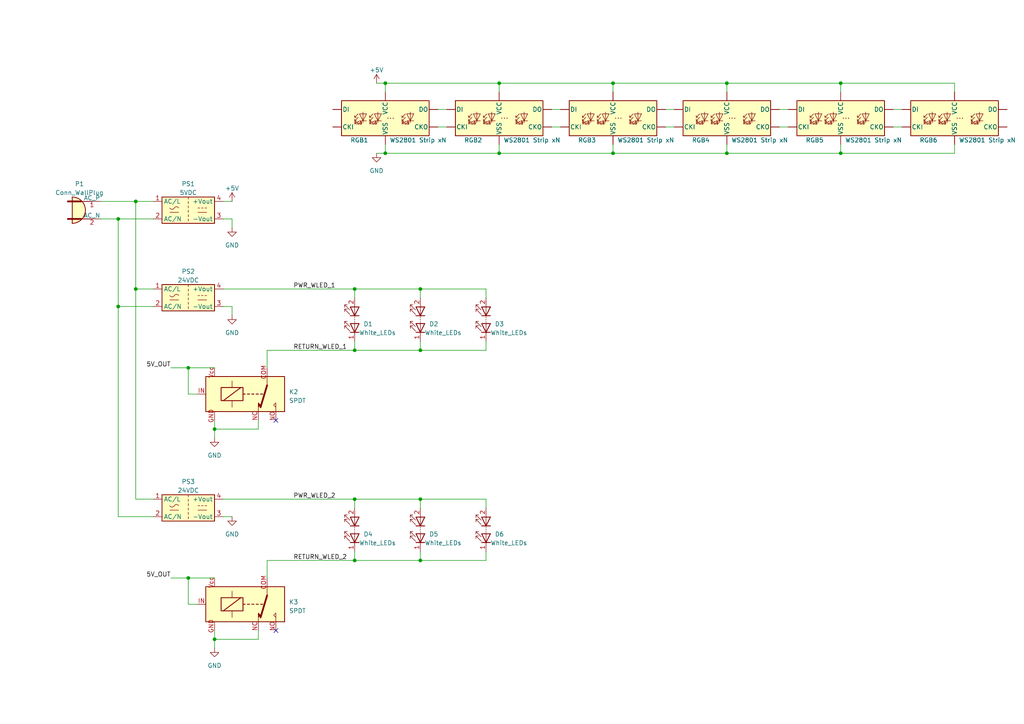
<source format=kicad_sch>
(kicad_sch (version 20230121) (generator eeschema)
  (paper "A4")
  (lib_symbols
    (symbol "Connector:Conn_WallPlug" (pin_names (offset 0))
      (property "Reference" "P" (at -1.27 4.445 0))
      (property "Value" "Conn_WallPlug" (at -5.715 0 90))
      (symbol "Conn_WallPlug_0_1"
        (arc (start -3.175 -3.81) (mid 0.6184 0) (end -3.175 3.81) (stroke (width 0.254)) (fill (type background)))
        (polyline (pts (xy -4.445 -2.54) (xy -0.635 -2.54)) (stroke (width 0.508)))
        (polyline (pts (xy -4.445 2.54) (xy -0.635 2.54)) (stroke (width 0.508)))
        (polyline (pts (xy -3.175 -3.81) (xy -3.175 3.81)) (stroke (width 0.254)))
        (polyline (pts (xy -0.635 -2.54) (xy 2.54 -2.54)))
        (polyline (pts (xy -0.635 2.54) (xy 2.54 2.54)))
      )
      (symbol "Conn_WallPlug_1_1"
        (pin power_out line (at 5.08 2.54 180) (length 5.08) (name "AC_P") (number "1"))
        (pin power_out line (at 5.08 -2.54 180) (length 5.08) (name "AC_N") (number "2"))
      )
    )
    (symbol "Converter_ACDC:HLK-PM01"
      (property "Reference" "PS" (at 0 5.08 0))
      (property "Value" "HLK-PM01" (at 0 -5.08 0))
      (symbol "HLK-PM01_0_1"
        (rectangle (start -7.62 3.81) (end 7.62 -3.81) (stroke (width 0.254)) (fill (type background)))
        (arc (start -5.334 0.635) (mid -4.699 0.2495) (end -4.064 0.635))
        (arc (start -2.794 0.635) (mid -3.429 1.0072) (end -4.064 0.635))
        (polyline (pts (xy -5.334 -0.635) (xy -2.794 -0.635)))
        (polyline (pts (xy 0 -2.54) (xy 0 -3.175)))
        (polyline (pts (xy 0 -1.27) (xy 0 -1.905)))
        (polyline (pts (xy 0 0) (xy 0 -0.635)))
        (polyline (pts (xy 0 1.27) (xy 0 0.635)))
        (polyline (pts (xy 0 2.54) (xy 0 1.905)))
        (polyline (pts (xy 0 3.81) (xy 0 3.175)))
        (polyline (pts (xy 2.794 -0.635) (xy 5.334 -0.635)))
        (polyline (pts (xy 2.794 0.635) (xy 3.302 0.635)))
        (polyline (pts (xy 3.81 0.635) (xy 4.318 0.635)))
        (polyline (pts (xy 4.826 0.635) (xy 5.334 0.635)))
      )
      (symbol "HLK-PM01_1_1"
        (pin power_in line (at -10.16 2.54 0) (length 2.54) (name "AC/L") (number "1"))
        (pin power_in line (at -10.16 -2.54 0) (length 2.54) (name "AC/N") (number "2"))
        (pin power_out line (at 10.16 -2.54 180) (length 2.54) (name "-Vout") (number "3"))
        (pin power_out line (at 10.16 2.54 180) (length 2.54) (name "+Vout") (number "4"))
      )
    )
    (symbol "Converter_ACDC:HLK-PM24"
      (property "Reference" "PS" (at 0 5.08 0))
      (property "Value" "HLK-PM24" (at 0 -5.08 0))
      (symbol "HLK-PM24_0_1"
        (rectangle (start -7.62 3.81) (end 7.62 -3.81) (stroke (width 0.254)) (fill (type background)))
        (arc (start -5.334 0.635) (mid -4.699 0.2495) (end -4.064 0.635))
        (arc (start -2.794 0.635) (mid -3.429 1.0072) (end -4.064 0.635))
        (polyline (pts (xy -5.334 -0.635) (xy -2.794 -0.635)))
        (polyline (pts (xy 0 -2.54) (xy 0 -3.175)))
        (polyline (pts (xy 0 -1.27) (xy 0 -1.905)))
        (polyline (pts (xy 0 0) (xy 0 -0.635)))
        (polyline (pts (xy 0 1.27) (xy 0 0.635)))
        (polyline (pts (xy 0 2.54) (xy 0 1.905)))
        (polyline (pts (xy 0 3.81) (xy 0 3.175)))
        (polyline (pts (xy 2.794 -0.635) (xy 5.334 -0.635)))
        (polyline (pts (xy 2.794 0.635) (xy 3.302 0.635)))
        (polyline (pts (xy 3.81 0.635) (xy 4.318 0.635)))
        (polyline (pts (xy 4.826 0.635) (xy 5.334 0.635)))
      )
      (symbol "HLK-PM24_1_1"
        (pin power_in line (at -10.16 2.54 0) (length 2.54) (name "AC/L") (number "1"))
        (pin power_in line (at -10.16 -2.54 0) (length 2.54) (name "AC/N") (number "2"))
        (pin power_out line (at 10.16 -2.54 180) (length 2.54) (name "-Vout") (number "3"))
        (pin power_out line (at 10.16 2.54 180) (length 2.54) (name "+Vout") (number "4"))
      )
    )
    (symbol "Device:LED_Series" (pin_names (offset 1.016) hide)
      (property "Reference" "D" (at 0 5.715 0))
      (property "Value" "LED_Series" (at 0 3.81 0))
      (symbol "LED_Series_0_1"
        (polyline (pts (xy -3.81 0) (xy -1.016 0)))
        (polyline (pts (xy -3.683 -1.27) (xy -3.683 1.27)) (stroke (width 0.254)))
        (polyline (pts (xy -0.508 0) (xy -0.762 0)))
        (polyline (pts (xy 0.127 0) (xy -0.127 0)))
        (polyline (pts (xy 0.508 0) (xy 0.762 0)))
        (polyline (pts (xy 1.016 0) (xy 3.81 0)))
        (polyline (pts (xy 1.143 -1.27) (xy 1.143 1.27)) (stroke (width 0.254)))
        (polyline (pts (xy -1.143 -1.27) (xy -1.143 1.27) (xy -3.683 0) (xy -1.143 -1.27)) (stroke (width 0.254)))
        (polyline (pts (xy 3.683 -1.27) (xy 3.683 1.27) (xy 1.143 0) (xy 3.683 -1.27)) (stroke (width 0.254)))
        (polyline (pts (xy -3.302 1.397) (xy -1.778 2.921) (xy -2.54 2.921) (xy -1.778 2.921) (xy -1.778 2.159)))
        (polyline (pts (xy -2.032 1.397) (xy -0.508 2.921) (xy -1.27 2.921) (xy -0.508 2.921) (xy -0.508 2.159)))
        (polyline (pts (xy 1.524 1.397) (xy 3.048 2.921) (xy 2.286 2.921) (xy 3.048 2.921) (xy 3.048 2.159)))
        (polyline (pts (xy 2.794 1.397) (xy 4.318 2.921) (xy 3.556 2.921) (xy 4.318 2.921) (xy 4.318 2.159)))
      )
      (symbol "LED_Series_1_1"
        (pin passive line (at -6.35 0 0) (length 2.54) (name "K") (number "1"))
        (pin passive line (at 6.35 0 180) (length 2.54) (name "A") (number "2"))
      )
    )
    (symbol "power:+5V" (power) (pin_names (offset 0))
      (property "Value" "+5V" (at 0 3.556 0))
      (symbol "+5V_0_1"
        (polyline (pts (xy -0.762 1.27) (xy 0 2.54)))
        (polyline (pts (xy 0 0) (xy 0 2.54)))
        (polyline (pts (xy 0 2.54) (xy 0.762 1.27)))
      )
      (symbol "+5V_1_1"
        (pin power_in line (at 0 0 90) (length 0) hide (name "+5V") (number "1"))
      )
    )
    (symbol "power:GND" (power) (pin_names (offset 0))
      (property "Value" "GND" (at 0 -3.81 0))
      (symbol "GND_0_1"
        (polyline (pts (xy 0 0) (xy 0 -1.27) (xy 1.27 -1.27) (xy 0 -2.54) (xy -1.27 -1.27) (xy 0 -1.27)))
      )
      (symbol "GND_1_1"
        (pin power_in line (at 0 0 270) (length 0) hide (name "GND") (number "1"))
      )
    )
    (symbol "vomit_light:WS2801_strip" (pin_names (offset 0.254))
      (property "Reference" "RGB" (at 5.08 5.715 0))
      (property "Value" "WS2801 Strip xN" (at 12.7 -12.7 0))
      (symbol "WS2801_strip_0_0"
        (text "RGB" (at -7.874 -1.397 0) (effects (font (size 0.762 0.762))))
        (text "RGB" (at -3.556 -1.397 0) (effects (font (size 0.762 0.762))))
        (text "RGB" (at 5.842 -1.397 0) (effects (font (size 0.762 0.762))))
      )
      (symbol "WS2801_strip_0_1"
        (rectangle (start -12.7 5.08) (end 12.7 -5.08) (stroke (width 0.254)) (fill (type background)))
        (polyline (pts (xy -8.89 -0.762) (xy -8.382 -0.762)))
        (polyline (pts (xy -8.89 0.254) (xy -8.382 0.254)))
        (polyline (pts (xy -5.461 -0.762) (xy -7.493 -0.762)))
        (polyline (pts (xy -4.572 -0.762) (xy -4.064 -0.762)))
        (polyline (pts (xy -4.572 0.254) (xy -4.064 0.254)))
        (polyline (pts (xy -1.143 -0.762) (xy -3.175 -0.762)))
        (polyline (pts (xy 4.826 -0.762) (xy 5.334 -0.762)))
        (polyline (pts (xy 4.826 0.254) (xy 5.334 0.254)))
        (polyline (pts (xy 8.255 -0.762) (xy 6.223 -0.762)))
        (polyline (pts (xy -7.874 0.254) (xy -8.89 -0.762) (xy -8.89 -0.254)))
        (polyline (pts (xy -7.874 1.27) (xy -8.89 0.254) (xy -8.89 0.762)))
        (polyline (pts (xy -6.477 1.778) (xy -6.477 -0.762) (xy -6.477 -1.27)))
        (polyline (pts (xy -3.556 0.254) (xy -4.572 -0.762) (xy -4.572 -0.254)))
        (polyline (pts (xy -3.556 1.27) (xy -4.572 0.254) (xy -4.572 0.762)))
        (polyline (pts (xy -2.159 1.778) (xy -2.159 -0.762) (xy -2.159 -1.27)))
        (polyline (pts (xy 5.842 0.254) (xy 4.826 -0.762) (xy 4.826 -0.254)))
        (polyline (pts (xy 5.842 1.27) (xy 4.826 0.254) (xy 4.826 0.762)))
        (polyline (pts (xy 7.239 1.778) (xy 7.239 -0.762) (xy 7.239 -1.27)))
        (polyline (pts (xy -5.461 1.27) (xy -7.493 1.27) (xy -6.477 -0.762) (xy -5.461 1.27)))
        (polyline (pts (xy -1.143 1.27) (xy -3.175 1.27) (xy -2.159 -0.762) (xy -1.143 1.27)))
        (polyline (pts (xy 8.255 1.27) (xy 6.223 1.27) (xy 7.239 -0.762) (xy 8.255 1.27)))
        (circle (center 0.762 0) (radius 0.0001))
        (circle (center 1.524 0) (radius 0.0001))
        (circle (center 2.286 0) (radius 0.0001))
      )
      (symbol "WS2801_strip_1_1"
        (pin input line (at -15.24 -2.54 0) (length 2.54) (name "CKI") (number ""))
        (pin output line (at 15.24 -2.54 180) (length 2.54) (name "CKO") (number ""))
        (pin input line (at -15.24 2.54 0) (length 2.54) (name "DI") (number ""))
        (pin output line (at 15.24 2.54 180) (length 2.54) (name "DO") (number ""))
        (pin power_in line (at 0 7.62 270) (length 2.54) (name "VCC") (number ""))
        (pin power_in line (at 0 -7.62 90) (length 2.54) (name "VSS") (number ""))
      )
    )
    (symbol "vomit_light:relay_mod_spdt" (pin_names (offset 0.002))
      (property "Reference" "K" (at 11.43 3.81 0))
      (property "Value" "SPDT" (at 11.43 1.27 0))
      (symbol "relay_mod_spdt_0_0"
        (polyline (pts (xy 7.62 -5.08) (xy 7.62 -2.54) (xy 6.985 -3.175) (xy 7.62 -3.81)))
      )
      (symbol "relay_mod_spdt_0_1"
        (rectangle (start -12.7 5.08) (end 10.16 -5.08) (stroke (width 0.254)) (fill (type background)))
        (rectangle (start -8.255 1.905) (end -1.905 -1.905) (stroke (width 0.254)))
        (polyline (pts (xy -7.62 -1.905) (xy -2.54 1.905)) (stroke (width 0.254)))
        (polyline (pts (xy -5.08 -3.81) (xy -5.08 -1.905)))
        (polyline (pts (xy -5.08 3.81) (xy -5.08 1.905)))
        (polyline (pts (xy -1.905 0) (xy -1.27 0)) (stroke (width 0.254)))
        (polyline (pts (xy -0.635 0) (xy 0 0)) (stroke (width 0.254)))
        (polyline (pts (xy 0.635 0) (xy 1.27 0)) (stroke (width 0.254)))
        (polyline (pts (xy 1.905 0) (xy 2.54 0)) (stroke (width 0.254)))
        (polyline (pts (xy 3.175 0) (xy 3.81 0)) (stroke (width 0.254)))
        (polyline (pts (xy 5.08 2.54) (xy 3.175 -3.81)) (stroke (width 0.508)))
        (polyline (pts (xy 5.08 2.54) (xy 5.08 5.08)))
        (polyline (pts (xy 2.54 -5.08) (xy 2.54 -2.54) (xy 3.175 -3.175) (xy 2.54 -3.81)) (fill (type outline)))
      )
      (symbol "relay_mod_spdt_1_1"
        (pin passive line (at 5.08 7.62 270) (length 2.54) (name "~") (number "COM"))
        (pin passive line (at -10.16 -7.62 90) (length 2.54) (name "~") (number "GND"))
        (pin passive line (at -15.24 0 0) (length 2.54) (name "~") (number "IN"))
        (pin passive line (at 2.54 -7.62 90) (length 2.54) (name "~") (number "NC"))
        (pin passive line (at 7.62 -7.62 90) (length 2.54) (name "~") (number "NO"))
        (pin passive line (at -10.16 7.62 270) (length 2.54) (name "~") (number "Vcc"))
      )
    )
  )
  (junction (at 177.8 24.13))
  (junction (at 177.8 44.45))
  (junction (at 121.92 101.6))
  (junction (at 54.61 106.68))
  (junction (at 34.29 63.5))
  (junction (at 102.87 162.56))
  (junction (at 54.61 167.64))
  (junction (at 102.87 144.78))
  (junction (at 243.84 44.45))
  (junction (at 39.37 58.42))
  (junction (at 111.76 24.13))
  (junction (at 121.92 83.82))
  (junction (at 144.78 24.13))
  (junction (at 102.87 83.82))
  (junction (at 92.71 -50.8))
  (junction (at 111.76 44.45))
  (junction (at 39.37 83.82))
  (junction (at 92.71 -45.72))
  (junction (at 121.92 144.78))
  (junction (at 62.23 124.46))
  (junction (at 210.82 44.45))
  (junction (at 121.92 162.56))
  (junction (at 243.84 24.13))
  (junction (at 62.23 185.42))
  (junction (at 102.87 101.6))
  (junction (at 34.29 88.9))
  (junction (at 210.82 24.13))
  (junction (at 144.78 44.45))
  (no_connect (at 80.01 121.92))
  (no_connect (at 105.41 -27.94))
  (no_connect (at 80.01 182.88))
  (wire (pts (xy 160.02 31.75) (xy 162.56 31.75)))
  (wire (pts (xy 177.8 41.91) (xy 177.8 44.45)))
  (wire (pts (xy 243.84 44.45) (xy 276.86 44.45)))
  (wire (pts (xy 57.15 175.26) (xy 54.61 175.26)))
  (wire (pts (xy 102.87 99.06) (xy 102.87 101.6)))
  (wire (pts (xy 177.8 24.13) (xy 177.8 26.67)))
  (wire (pts (xy 140.97 160.02) (xy 140.97 162.56)))
  (wire (pts (xy 54.61 167.64) (xy 62.23 167.64)))
  (wire (pts (xy 44.45 83.82) (xy 39.37 83.82)))
  (wire (pts (xy 80.01 -45.72) (xy 92.71 -45.72)))
  (wire (pts (xy 34.29 63.5) (xy 44.45 63.5)))
  (wire (pts (xy 102.87 83.82) (xy 102.87 86.36)))
  (wire (pts (xy 64.77 83.82) (xy 102.87 83.82)))
  (wire (pts (xy 121.92 99.06) (xy 121.92 101.6)))
  (wire (pts (xy 34.29 149.86) (xy 44.45 149.86)))
  (wire (pts (xy 144.78 44.45) (xy 177.8 44.45)))
  (wire (pts (xy 102.87 101.6) (xy 121.92 101.6)))
  (wire (pts (xy 259.08 36.83) (xy 261.62 36.83)))
  (wire (pts (xy 54.61 106.68) (xy 54.61 114.3)))
  (wire (pts (xy 102.87 162.56) (xy 121.92 162.56)))
  (wire (pts (xy 62.23 121.92) (xy 62.23 124.46)))
  (wire (pts (xy 121.92 144.78) (xy 140.97 144.78)))
  (wire (pts (xy 276.86 41.91) (xy 276.86 44.45)))
  (wire (pts (xy 193.04 36.83) (xy 195.58 36.83)))
  (wire (pts (xy 121.92 144.78) (xy 121.92 147.32)))
  (wire (pts (xy 77.47 162.56) (xy 102.87 162.56)))
  (wire (pts (xy 121.92 83.82) (xy 140.97 83.82)))
  (wire (pts (xy 92.71 -53.34) (xy 92.71 -50.8)))
  (wire (pts (xy 243.84 24.13) (xy 243.84 26.67)))
  (wire (pts (xy 74.93 121.92) (xy 74.93 124.46)))
  (wire (pts (xy 111.76 41.91) (xy 111.76 44.45)))
  (wire (pts (xy 29.21 58.42) (xy 39.37 58.42)))
  (wire (pts (xy 39.37 83.82) (xy 39.37 144.78)))
  (wire (pts (xy 77.47 162.56) (xy 77.47 167.64)))
  (wire (pts (xy 92.71 -25.4) (xy 92.71 -27.94)))
  (wire (pts (xy 144.78 24.13) (xy 177.8 24.13)))
  (wire (pts (xy 67.31 63.5) (xy 67.31 66.04)))
  (wire (pts (xy 92.71 -50.8) (xy 92.71 -45.72)))
  (wire (pts (xy 276.86 24.13) (xy 276.86 26.67)))
  (wire (pts (xy 210.82 44.45) (xy 243.84 44.45)))
  (wire (pts (xy 67.31 88.9) (xy 64.77 88.9)))
  (wire (pts (xy 226.06 36.83) (xy 228.6 36.83)))
  (wire (pts (xy 107.95 -50.8) (xy 107.95 -43.18)))
  (wire (pts (xy 177.8 24.13) (xy 210.82 24.13)))
  (wire (pts (xy 44.45 144.78) (xy 39.37 144.78)))
  (wire (pts (xy 62.23 185.42) (xy 62.23 187.96)))
  (wire (pts (xy 121.92 83.82) (xy 121.92 86.36)))
  (wire (pts (xy 243.84 24.13) (xy 276.86 24.13)))
  (wire (pts (xy 144.78 24.13) (xy 144.78 26.67)))
  (wire (pts (xy 54.61 106.68) (xy 62.23 106.68)))
  (wire (pts (xy 39.37 58.42) (xy 44.45 58.42)))
  (wire (pts (xy 111.76 24.13) (xy 111.76 26.67)))
  (wire (pts (xy 226.06 31.75) (xy 228.6 31.75)))
  (wire (pts (xy 64.77 144.78) (xy 102.87 144.78)))
  (wire (pts (xy 64.77 63.5) (xy 67.31 63.5)))
  (wire (pts (xy 121.92 160.02) (xy 121.92 162.56)))
  (wire (pts (xy 67.31 91.44) (xy 67.31 88.9)))
  (wire (pts (xy 54.61 167.64) (xy 54.61 175.26)))
  (wire (pts (xy 49.53 106.68) (xy 54.61 106.68)))
  (wire (pts (xy 111.76 44.45) (xy 144.78 44.45)))
  (wire (pts (xy 102.87 160.02) (xy 102.87 162.56)))
  (wire (pts (xy 259.08 31.75) (xy 261.62 31.75)))
  (wire (pts (xy 34.29 88.9) (xy 34.29 149.86)))
  (wire (pts (xy 77.47 101.6) (xy 77.47 106.68)))
  (wire (pts (xy 74.93 185.42) (xy 62.23 185.42)))
  (wire (pts (xy 64.77 58.42) (xy 67.31 58.42)))
  (wire (pts (xy 140.97 147.32) (xy 140.97 144.78)))
  (wire (pts (xy 102.87 83.82) (xy 121.92 83.82)))
  (wire (pts (xy 39.37 58.42) (xy 39.37 83.82)))
  (wire (pts (xy 210.82 41.91) (xy 210.82 44.45)))
  (wire (pts (xy 111.76 24.13) (xy 144.78 24.13)))
  (wire (pts (xy 74.93 124.46) (xy 62.23 124.46)))
  (wire (pts (xy 77.47 101.6) (xy 102.87 101.6)))
  (wire (pts (xy 82.55 -35.56) (xy 87.63 -35.56)))
  (wire (pts (xy 210.82 24.13) (xy 243.84 24.13)))
  (wire (pts (xy 102.87 144.78) (xy 102.87 147.32)))
  (wire (pts (xy 67.31 149.86) (xy 64.77 149.86)))
  (wire (pts (xy 144.78 41.91) (xy 144.78 44.45)))
  (wire (pts (xy 44.45 88.9) (xy 34.29 88.9)))
  (wire (pts (xy 140.97 99.06) (xy 140.97 101.6)))
  (wire (pts (xy 243.84 41.91) (xy 243.84 44.45)))
  (wire (pts (xy 177.8 44.45) (xy 210.82 44.45)))
  (wire (pts (xy 109.22 24.13) (xy 111.76 24.13)))
  (wire (pts (xy 210.82 24.13) (xy 210.82 26.67)))
  (wire (pts (xy 62.23 124.46) (xy 62.23 127)))
  (wire (pts (xy 62.23 182.88) (xy 62.23 185.42)))
  (wire (pts (xy 160.02 36.83) (xy 162.56 36.83)))
  (wire (pts (xy 92.71 -50.8) (xy 107.95 -50.8)))
  (wire (pts (xy 109.22 44.45) (xy 111.76 44.45)))
  (wire (pts (xy 121.92 101.6) (xy 140.97 101.6)))
  (wire (pts (xy 57.15 114.3) (xy 54.61 114.3)))
  (wire (pts (xy 29.21 63.5) (xy 34.29 63.5)))
  (wire (pts (xy 49.53 167.64) (xy 54.61 167.64)))
  (wire (pts (xy 34.29 63.5) (xy 34.29 88.9)))
  (wire (pts (xy 102.87 144.78) (xy 121.92 144.78)))
  (wire (pts (xy 74.93 182.88) (xy 74.93 185.42)))
  (wire (pts (xy 127 36.83) (xy 129.54 36.83)))
  (wire (pts (xy 121.92 162.56) (xy 140.97 162.56)))
  (wire (pts (xy 193.04 31.75) (xy 195.58 31.75)))
  (wire (pts (xy 92.71 -45.72) (xy 92.71 -43.18)))
  (wire (pts (xy 140.97 86.36) (xy 140.97 83.82)))
  (wire (pts (xy 110.49 -27.94) (xy 115.57 -27.94)))
  (wire (pts (xy 127 31.75) (xy 129.54 31.75)))
  (label "PWR_WLED_2" (at 85.09 144.78 0))
  (label "PWR_WLED_1" (at 85.09 83.82 0))
  (label "5V_OUT" (at 49.53 167.64 180))
  (label "5V_OUT" (at 115.57 -27.94 0))
  (label "5V_OUT" (at 49.53 106.68 180))
  (label "RETURN_WLED_1" (at 85.09 101.6 0))
  (label "RETURN_WLED_2" (at 85.09 162.56 0))
  (global_label "RELAY_9_SEND" (shape output) (at 80.01 -45.72 180) (property "Intersheetrefs" "${INTERSHEET_REFS}" (effects hide)))
  (global_label "RELAY_9_RETURN" (shape input) (at 82.55 -35.56 180) (property "Intersheetrefs" "${INTERSHEET_REFS}" (effects hide)))
  (symbol (lib_id "Device:LED_Series") (at 121.92 92.71 90) (unit 1)
    (property "Reference" "D2" (at 124.46 93.98 90) (effects (justify right)))
    (property "Value" "White_LEDs" (at 123.19 96.52 90) (effects (justify right)))
  )
  (symbol (lib_id "vomit_light:WS2801_strip") (at 243.84 34.29 0) (unit 1)
    (property "Reference" "RGB5" (at 233.68 40.64 0) (effects (justify left)))
    (property "Value" "WS2801 Strip xN" (at 245.11 40.64 0) (effects (justify left)))
  )
  (symbol (lib_id "Device:LED_Series") (at 140.97 153.67 90) (unit 1)
    (property "Reference" "D6" (at 143.51 154.94 90) (effects (justify right)))
    (property "Value" "White_LEDs" (at 142.24 157.48 90) (effects (justify right)))
  )
  (symbol (lib_id "power:+5V") (at 67.31 58.42 0) (unit 1)
    (property "Reference" "#PWR02" (effects hide))
    (property "Value" "+5V" (at 67.31 54.61 0))
  )
  (symbol (lib_id "Device:LED_Series") (at 102.87 153.67 90) (unit 1)
    (property "Reference" "D4" (at 105.41 154.94 90) (effects (justify right)))
    (property "Value" "White_LEDs" (at 104.14 157.48 90) (effects (justify right)))
  )
  (symbol (lib_id "power:GND") (at 67.31 149.86 0) (unit 1)
    (property "Reference" "#PWR08" (effects hide))
    (property "Value" "GND" (at 67.31 154.94 0))
  )
  (symbol (lib_id "vomit_light:relay_mod_spdt") (at 102.87 -35.56 0) (unit 1)
    (property "Reference" "K1" (at 114.3 -36.195 0) (effects (justify left)))
    (property "Value" "SPDT" (at 114.3 -33.655 0) (effects (justify left)))
  )
  (symbol (lib_id "vomit_light:WS2801_strip") (at 111.76 34.29 0) (unit 1)
    (property "Reference" "RGB1" (at 101.6 40.64 0) (effects (justify left)))
    (property "Value" "WS2801 Strip xN" (at 113.03 40.64 0) (effects (justify left)))
  )
  (symbol (lib_id "vomit_light:WS2801_strip") (at 276.86 34.29 0) (unit 1)
    (property "Reference" "RGB6" (at 266.7 40.64 0) (effects (justify left)))
    (property "Value" "WS2801 Strip xN" (at 278.13 40.64 0) (effects (justify left)))
  )
  (symbol (lib_id "Device:LED_Series") (at 121.92 153.67 90) (unit 1)
    (property "Reference" "D5" (at 124.46 154.94 90) (effects (justify right)))
    (property "Value" "White_LEDs" (at 123.19 157.48 90) (effects (justify right)))
  )
  (symbol (lib_id "vomit_light:relay_mod_spdt") (at 72.39 175.26 0) (unit 1)
    (property "Reference" "K3" (at 83.82 174.625 0) (effects (justify left)))
    (property "Value" "SPDT" (at 83.82 177.165 0) (effects (justify left)))
  )
  (symbol (lib_id "Converter_ACDC:HLK-PM01") (at 54.61 147.32 0) (unit 1)
    (property "Reference" "PS3" (at 54.61 139.7 0))
    (property "Value" "24VDC" (at 54.61 142.24 0))
    (property "Footprint" "Converter_ACDC:Converter_ACDC_HiLink_HLK-PMxx" (effects hide))
    (property "Datasheet" "http://www.hlktech.net/product_detail.php?ProId=54" (effects hide))
  )
  (symbol (lib_id "power:GND") (at 67.31 66.04 0) (unit 1)
    (property "Reference" "#PWR01" (effects hide))
    (property "Value" "GND" (at 67.31 71.12 0))
  )
  (symbol (lib_id "vomit_light:relay_mod_spdt") (at 72.39 114.3 0) (unit 1)
    (property "Reference" "K2" (at 83.82 113.665 0) (effects (justify left)))
    (property "Value" "SPDT" (at 83.82 116.205 0) (effects (justify left)))
  )
  (symbol (lib_id "vomit_light:WS2801_strip") (at 177.8 34.29 0) (unit 1)
    (property "Reference" "RGB3" (at 167.64 40.64 0) (effects (justify left)))
    (property "Value" "WS2801 Strip xN" (at 179.07 40.64 0) (effects (justify left)))
  )
  (symbol (lib_id "vomit_light:WS2801_strip") (at 210.82 34.29 0) (unit 1)
    (property "Reference" "RGB4" (at 200.66 40.64 0) (effects (justify left)))
    (property "Value" "WS2801 Strip xN" (at 212.09 40.64 0) (effects (justify left)))
  )
  (symbol (lib_id "power:GND") (at 109.22 44.45 0) (unit 1)
    (property "Reference" "#PWR010" (effects hide))
    (property "Value" "GND" (at 109.22 49.53 0))
  )
  (symbol (lib_id "power:GND") (at 62.23 127 0) (unit 1)
    (property "Reference" "#PWR05" (effects hide))
    (property "Value" "GND" (at 62.23 132.08 0))
  )
  (symbol (lib_id "vomit_light:WS2801_strip") (at 144.78 34.29 0) (unit 1)
    (property "Reference" "RGB2" (at 134.62 40.64 0) (effects (justify left)))
    (property "Value" "WS2801 Strip xN" (at 146.05 40.64 0) (effects (justify left)))
  )
  (symbol (lib_id "Connector:Conn_WallPlug") (at 24.13 60.96 0) (unit 1)
    (property "Reference" "P1" (at 23.0505 53.34 0))
    (property "Value" "Conn_WallPlug" (at 23.0505 55.88 0))
  )
  (symbol (lib_id "power:GND") (at 67.31 91.44 0) (unit 1)
    (property "Reference" "#PWR06" (effects hide))
    (property "Value" "GND" (at 67.31 96.52 0))
  )
  (symbol (lib_id "Device:LED_Series") (at 102.87 92.71 90) (unit 1)
    (property "Reference" "D1" (at 105.41 93.98 90) (effects (justify right)))
    (property "Value" "White_LEDs" (at 104.14 96.52 90) (effects (justify right)))
  )
  (symbol (lib_id "Device:LED_Series") (at 140.97 92.71 90) (unit 1)
    (property "Reference" "D3" (at 143.51 93.98 90) (effects (justify right)))
    (property "Value" "White_LEDs" (at 142.24 96.52 90) (effects (justify right)))
  )
  (symbol (lib_id "Converter_ACDC:HLK-PM24") (at 54.61 60.96 0) (unit 1)
    (property "Reference" "PS1" (at 54.61 53.34 0))
    (property "Value" "5VDC" (at 54.61 55.88 0))
    (property "Footprint" "Converter_ACDC:Converter_ACDC_HiLink_HLK-PMxx" (effects hide))
    (property "Datasheet" "http://www.hlktech.net/product_detail.php?ProId=81" (effects hide))
  )
  (symbol (lib_id "power:GND") (at 62.23 187.96 0) (unit 1)
    (property "Reference" "#PWR07" (effects hide))
    (property "Value" "GND" (at 62.23 193.04 0))
  )
  (symbol (lib_id "power:+5V") (at 92.71 -53.34 0) (unit 1)
    (property "Reference" "#PWR04" (effects hide))
    (property "Value" "+5V" (at 92.71 -57.15 0))
  )
  (symbol (lib_id "Converter_ACDC:HLK-PM24") (at 54.61 86.36 0) (unit 1)
    (property "Reference" "PS2" (at 54.61 78.74 0))
    (property "Value" "24VDC" (at 54.61 81.28 0))
    (property "Footprint" "Converter_ACDC:Converter_ACDC_HiLink_HLK-PMxx" (effects hide))
    (property "Datasheet" "http://www.hlktech.net/product_detail.php?ProId=81" (effects hide))
  )
  (symbol (lib_id "power:GND") (at 92.71 -25.4 0) (unit 1)
    (property "Reference" "#PWR03" (effects hide))
    (property "Value" "GND" (at 92.71 -20.32 0))
  )
  (symbol (lib_id "power:+5V") (at 109.22 24.13 0) (unit 1)
    (property "Reference" "#PWR09" (effects hide))
    (property "Value" "+5V" (at 109.22 20.32 0))
  )
)
</source>
